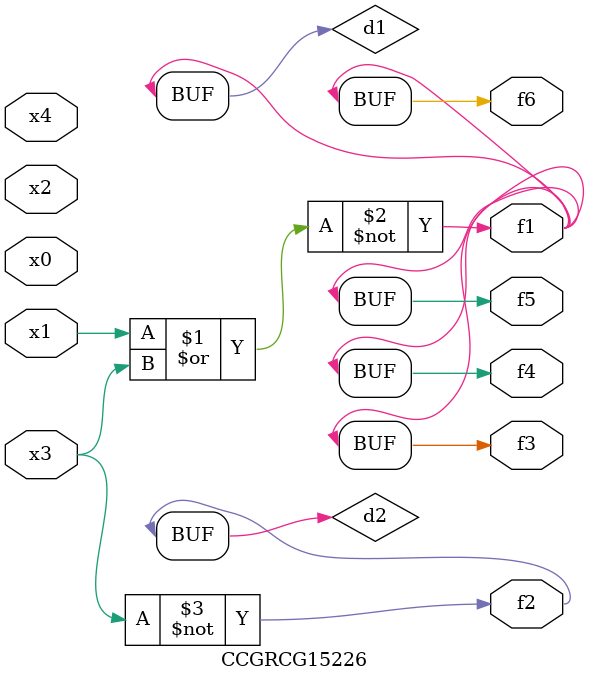
<source format=v>
module CCGRCG15226(
	input x0, x1, x2, x3, x4,
	output f1, f2, f3, f4, f5, f6
);

	wire d1, d2;

	nor (d1, x1, x3);
	not (d2, x3);
	assign f1 = d1;
	assign f2 = d2;
	assign f3 = d1;
	assign f4 = d1;
	assign f5 = d1;
	assign f6 = d1;
endmodule

</source>
